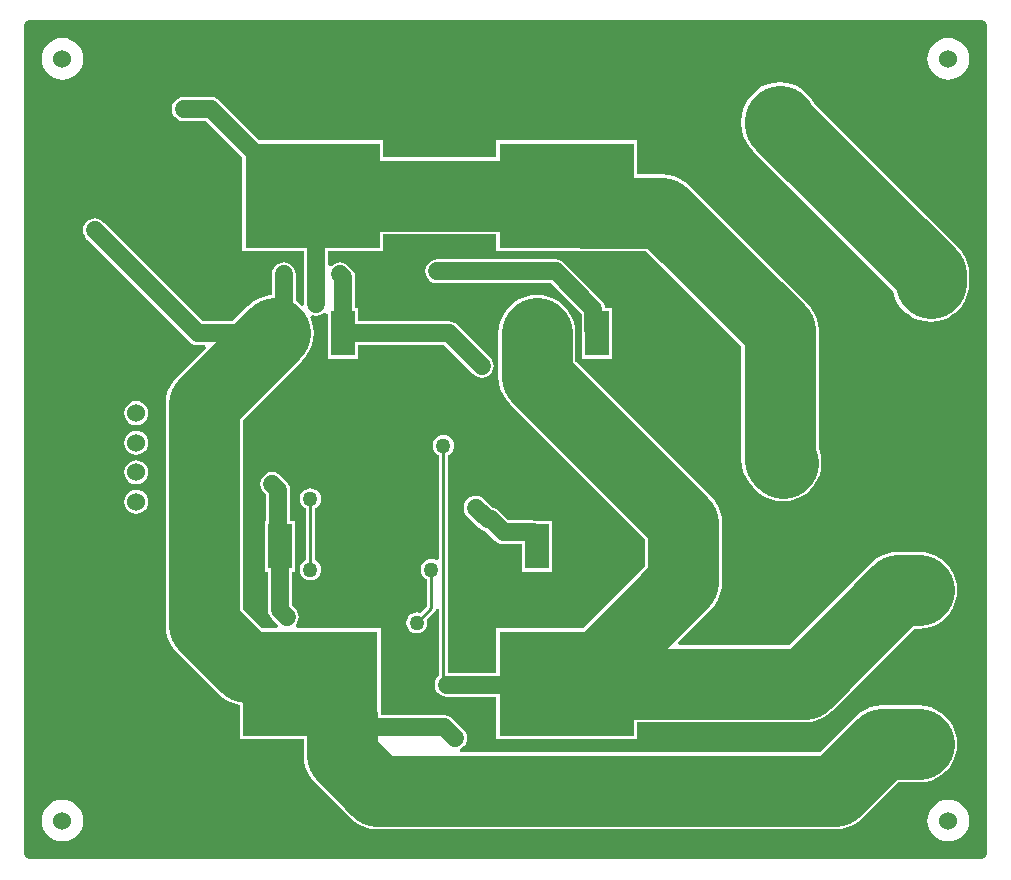
<source format=gbl>
G04*
G04 #@! TF.GenerationSoftware,Altium Limited,Altium Designer,20.0.12 (288)*
G04*
G04 Layer_Physical_Order=2*
G04 Layer_Color=16711680*
%FSLAX44Y44*%
%MOMM*%
G71*
G01*
G75*
%ADD11C,0.2540*%
%ADD13C,1.0000*%
%ADD28C,1.2000*%
%ADD29R,1.2000X1.2000*%
%ADD30C,4.5000*%
%ADD31C,1.5240*%
%ADD32C,3.0000*%
%ADD33C,1.2700*%
%ADD34R,11.4300X8.8900*%
%ADD35R,2.0800X3.8100*%
%ADD36C,6.0000*%
%ADD37C,1.5000*%
G36*
X805000Y100000D02*
X0D01*
Y800000D01*
X805000D01*
Y100000D01*
D02*
G37*
%LPC*%
G36*
X777500Y790125D02*
X774062Y789786D01*
X770755Y788783D01*
X767708Y787154D01*
X765037Y784963D01*
X762846Y782292D01*
X761217Y779245D01*
X760214Y775938D01*
X759875Y772500D01*
X760214Y769062D01*
X761217Y765755D01*
X762846Y762708D01*
X765037Y760037D01*
X767708Y757846D01*
X770755Y756217D01*
X774062Y755214D01*
X777500Y754875D01*
X780938Y755214D01*
X784245Y756217D01*
X787292Y757846D01*
X789963Y760037D01*
X792154Y762708D01*
X793783Y765755D01*
X794786Y769062D01*
X795125Y772500D01*
X794786Y775938D01*
X793783Y779245D01*
X792154Y782292D01*
X789963Y784963D01*
X787292Y787154D01*
X784245Y788783D01*
X780938Y789786D01*
X777500Y790125D01*
D02*
G37*
G36*
X27500D02*
X24062Y789786D01*
X20755Y788783D01*
X17708Y787154D01*
X15037Y784963D01*
X12845Y782292D01*
X11217Y779245D01*
X10214Y775938D01*
X9875Y772500D01*
X10214Y769062D01*
X11217Y765755D01*
X12845Y762708D01*
X15037Y760037D01*
X17708Y757846D01*
X20755Y756217D01*
X24062Y755214D01*
X27500Y754875D01*
X30938Y755214D01*
X34245Y756217D01*
X37292Y757846D01*
X39963Y760037D01*
X42154Y762708D01*
X43783Y765755D01*
X44786Y769062D01*
X45125Y772500D01*
X44786Y775938D01*
X43783Y779245D01*
X42154Y782292D01*
X39963Y784963D01*
X37292Y787154D01*
X34245Y788783D01*
X30938Y789786D01*
X27500Y790125D01*
D02*
G37*
G36*
X153400Y740127D02*
X153400Y740127D01*
X130000D01*
X127379Y739782D01*
X124937Y738770D01*
X122839Y737161D01*
X121230Y735063D01*
X120218Y732621D01*
X119873Y730000D01*
X120218Y727379D01*
X121230Y724937D01*
X122839Y722839D01*
X124937Y721230D01*
X127379Y720218D01*
X130000Y719873D01*
X149206D01*
X179910Y689169D01*
Y609510D01*
X232373D01*
Y565000D01*
X232402Y564786D01*
X232084Y564488D01*
X229999Y563577D01*
X226686Y566407D01*
X225127Y567362D01*
Y590000D01*
X224782Y592621D01*
X223770Y595063D01*
X222161Y597161D01*
X220063Y598770D01*
X217621Y599782D01*
X215000Y600127D01*
X212379Y599782D01*
X209937Y598770D01*
X207839Y597161D01*
X206230Y595063D01*
X205218Y592621D01*
X204873Y590000D01*
Y572434D01*
X202394Y572239D01*
X197413Y571043D01*
X192681Y569083D01*
X188314Y566407D01*
X184419Y563080D01*
X171466Y550127D01*
X146695D01*
X62161Y634661D01*
X60063Y636270D01*
X57621Y637282D01*
X55000Y637627D01*
X52379Y637282D01*
X49937Y636270D01*
X47839Y634661D01*
X46230Y632563D01*
X45219Y630121D01*
X44873Y627500D01*
X45219Y624879D01*
X46230Y622437D01*
X47839Y620340D01*
X135340Y532839D01*
X137437Y531230D01*
X139879Y530218D01*
X142500Y529873D01*
X142500Y529873D01*
X147894D01*
X148866Y527527D01*
X124380Y503040D01*
X121053Y499146D01*
X118377Y494779D01*
X116417Y490047D01*
X115221Y485066D01*
X114819Y479960D01*
Y293137D01*
X115221Y288031D01*
X116417Y283051D01*
X118377Y278319D01*
X121053Y273952D01*
X124380Y270057D01*
X159567Y234870D01*
X159567Y234870D01*
X163461Y231544D01*
X167829Y228867D01*
X172561Y226907D01*
X177410Y225743D01*
Y196510D01*
X231609D01*
Y182891D01*
X232011Y177785D01*
X233207Y172805D01*
X235167Y168073D01*
X237843Y163705D01*
X241170Y159811D01*
X271061Y129920D01*
X274955Y126593D01*
X279323Y123917D01*
X284055Y121957D01*
X289035Y120761D01*
X294141Y120359D01*
X294141Y120359D01*
X682000D01*
X687106Y120761D01*
X692086Y121957D01*
X696818Y123917D01*
X701186Y126593D01*
X705080Y129920D01*
X735020Y159859D01*
X752500D01*
X757606Y160261D01*
X762587Y161457D01*
X767318Y163417D01*
X771686Y166093D01*
X775580Y169420D01*
X778907Y173314D01*
X781583Y177682D01*
X783543Y182414D01*
X784739Y187394D01*
X785141Y192500D01*
X784739Y197606D01*
X783543Y202586D01*
X781583Y207318D01*
X778907Y211686D01*
X775580Y215580D01*
X771686Y218907D01*
X767318Y221583D01*
X762587Y223543D01*
X757606Y224739D01*
X752500Y225141D01*
X721500D01*
X716394Y224739D01*
X711413Y223543D01*
X706682Y221583D01*
X702314Y218907D01*
X698420Y215580D01*
X668480Y185641D01*
X364242D01*
X363737Y188181D01*
X365063Y188730D01*
X367161Y190339D01*
X368770Y192437D01*
X369782Y194879D01*
X370127Y197500D01*
X369782Y200121D01*
X368770Y202563D01*
X367161Y204661D01*
X358110Y213711D01*
X356013Y215320D01*
X353571Y216332D01*
X350950Y216677D01*
X350949Y216677D01*
X296865D01*
X296790Y217628D01*
Y290490D01*
X236628D01*
X235350Y290591D01*
X225903D01*
X225152Y291951D01*
X224884Y293131D01*
X226270Y294937D01*
X227282Y297379D01*
X227627Y300000D01*
X227282Y302621D01*
X226270Y305063D01*
X224661Y307161D01*
X221827Y309995D01*
Y338410D01*
X224640D01*
Y381590D01*
X220127D01*
Y407500D01*
X219782Y410121D01*
X218770Y412563D01*
X217161Y414661D01*
X217160Y414661D01*
X212161Y419661D01*
X210063Y421270D01*
X207621Y422282D01*
X205000Y422627D01*
X202379Y422282D01*
X199937Y421270D01*
X197839Y419661D01*
X196230Y417563D01*
X195218Y415121D01*
X194873Y412500D01*
X195218Y409879D01*
X196230Y407437D01*
X197839Y405339D01*
X199873Y403305D01*
Y381590D01*
X198760D01*
Y338410D01*
X201573D01*
Y305800D01*
X201573Y305800D01*
X201918Y303179D01*
X202930Y300737D01*
X204539Y298639D01*
X210048Y293131D01*
X209860Y291971D01*
X209097Y290591D01*
X196167D01*
X180101Y306658D01*
Y466440D01*
X230580Y516920D01*
X233907Y520814D01*
X236583Y525181D01*
X238543Y529913D01*
X239739Y534894D01*
X240140Y540000D01*
X239739Y545106D01*
X238543Y550086D01*
X237075Y553631D01*
X239019Y555575D01*
X239879Y555218D01*
X242500Y554873D01*
X245121Y555218D01*
X247563Y556230D01*
X249520Y557732D01*
X250154Y557624D01*
X252060Y556794D01*
Y518410D01*
X277940D01*
Y529873D01*
X350805D01*
X375339Y505339D01*
X377437Y503730D01*
X379879Y502718D01*
X382500Y502373D01*
X385121Y502718D01*
X387563Y503730D01*
X389661Y505339D01*
X391270Y507437D01*
X392282Y509879D01*
X392627Y512500D01*
X392282Y515121D01*
X391270Y517563D01*
X389661Y519661D01*
X362161Y547161D01*
X360063Y548770D01*
X357621Y549781D01*
X355000Y550127D01*
X355000Y550127D01*
X277940D01*
Y561590D01*
X275127D01*
Y587500D01*
X275127Y587500D01*
X274782Y590121D01*
X273770Y592563D01*
X272161Y594661D01*
X269661Y597161D01*
X267563Y598770D01*
X265121Y599782D01*
X262500Y600127D01*
X259879Y599782D01*
X257437Y598770D01*
X255340Y597161D01*
X255167Y596935D01*
X252627Y597798D01*
Y609510D01*
X299290D01*
Y623859D01*
X394910D01*
Y609510D01*
X467772D01*
X469050Y609410D01*
X521930D01*
X602359Y528980D01*
Y510000D01*
Y433000D01*
X602761Y427894D01*
X603957Y422914D01*
X605917Y418181D01*
X608593Y413814D01*
X611920Y409920D01*
X614420Y407420D01*
X618314Y404093D01*
X622682Y401417D01*
X627413Y399457D01*
X632394Y398261D01*
X637500Y397859D01*
X642606Y398261D01*
X647587Y399457D01*
X652318Y401417D01*
X656686Y404093D01*
X660580Y407420D01*
X663907Y411314D01*
X666583Y415681D01*
X668543Y420414D01*
X669739Y425394D01*
X670141Y430500D01*
X669739Y435606D01*
X668543Y440587D01*
X667641Y442765D01*
Y510000D01*
Y542500D01*
X667641Y542500D01*
X667239Y547606D01*
X666043Y552587D01*
X664083Y557319D01*
X661407Y561686D01*
X658080Y565580D01*
X558530Y665131D01*
X554636Y668457D01*
X550268Y671133D01*
X545536Y673093D01*
X540556Y674289D01*
X535450Y674691D01*
X514290D01*
Y703490D01*
X394910D01*
Y689141D01*
X299290D01*
Y703490D01*
X194231D01*
X160561Y737161D01*
X158463Y738770D01*
X156021Y739782D01*
X155716Y739822D01*
X153400Y740127D01*
D02*
G37*
G36*
X635000Y752641D02*
X629894Y752239D01*
X624913Y751043D01*
X620181Y749083D01*
X615814Y746407D01*
X611920Y743081D01*
X608593Y739186D01*
X605917Y734819D01*
X603957Y730087D01*
X602761Y725106D01*
X602359Y720000D01*
Y717500D01*
X602761Y712394D01*
X603957Y707414D01*
X605917Y702682D01*
X608593Y698314D01*
X611920Y694420D01*
X730677Y575662D01*
X731457Y572413D01*
X733417Y567682D01*
X736093Y563314D01*
X739420Y559420D01*
X743314Y556093D01*
X747682Y553417D01*
X752413Y551457D01*
X757394Y550261D01*
X762500Y549859D01*
X767606Y550261D01*
X772587Y551457D01*
X777318Y553417D01*
X781686Y556093D01*
X785580Y559420D01*
X788907Y563314D01*
X791583Y567682D01*
X793543Y572413D01*
X794739Y577394D01*
X795141Y582500D01*
Y590000D01*
X794739Y595106D01*
X793543Y600087D01*
X791583Y604819D01*
X788907Y609186D01*
X785580Y613080D01*
X664253Y734408D01*
X664083Y734819D01*
X661407Y739186D01*
X658080Y743081D01*
X654186Y746407D01*
X649818Y749083D01*
X645086Y751043D01*
X640106Y752239D01*
X635000Y752641D01*
D02*
G37*
G36*
X445000Y602627D02*
X445000Y602627D01*
X345000D01*
X342379Y602282D01*
X339937Y601270D01*
X337839Y599661D01*
X336230Y597563D01*
X335218Y595121D01*
X334873Y592500D01*
X335218Y589879D01*
X336230Y587437D01*
X337839Y585339D01*
X339937Y583730D01*
X342379Y582718D01*
X345000Y582373D01*
X440805D01*
X466973Y556205D01*
Y542900D01*
X466973Y542900D01*
X467060Y542242D01*
Y518410D01*
X492940D01*
Y561590D01*
X487070D01*
X486882Y563021D01*
X485870Y565463D01*
X484261Y567561D01*
X484260Y567561D01*
X452161Y599661D01*
X450063Y601270D01*
X447621Y602282D01*
X447316Y602322D01*
X445000Y602627D01*
D02*
G37*
G36*
X90000Y482748D02*
X87348Y482398D01*
X84876Y481375D01*
X82754Y479746D01*
X81125Y477624D01*
X80101Y475152D01*
X79752Y472500D01*
X80101Y469848D01*
X81125Y467376D01*
X82754Y465254D01*
X84876Y463625D01*
X87348Y462601D01*
X90000Y462252D01*
X92652Y462601D01*
X95124Y463625D01*
X97246Y465254D01*
X98875Y467376D01*
X99899Y469848D01*
X100248Y472500D01*
X99899Y475152D01*
X98875Y477624D01*
X97246Y479746D01*
X95124Y481375D01*
X92652Y482398D01*
X90000Y482748D01*
D02*
G37*
G36*
Y457747D02*
X87348Y457398D01*
X84876Y456374D01*
X82754Y454746D01*
X81125Y452623D01*
X80101Y450152D01*
X79752Y447500D01*
X80101Y444847D01*
X81125Y442376D01*
X82754Y440253D01*
X84876Y438625D01*
X87348Y437601D01*
X90000Y437252D01*
X92652Y437601D01*
X95124Y438625D01*
X97246Y440253D01*
X98875Y442376D01*
X99899Y444847D01*
X100248Y447500D01*
X99899Y450152D01*
X98875Y452623D01*
X97246Y454746D01*
X95124Y456374D01*
X92652Y457398D01*
X90000Y457747D01*
D02*
G37*
G36*
Y432748D02*
X87348Y432398D01*
X84876Y431375D01*
X82754Y429746D01*
X81125Y427624D01*
X80101Y425152D01*
X79752Y422500D01*
X80101Y419848D01*
X81125Y417376D01*
X82754Y415254D01*
X84876Y413625D01*
X87348Y412602D01*
X90000Y412252D01*
X92652Y412602D01*
X95124Y413625D01*
X97246Y415254D01*
X98875Y417376D01*
X99899Y419848D01*
X100248Y422500D01*
X99899Y425152D01*
X98875Y427624D01*
X97246Y429746D01*
X95124Y431375D01*
X92652Y432398D01*
X90000Y432748D01*
D02*
G37*
G36*
Y407747D02*
X87348Y407398D01*
X84876Y406375D01*
X82754Y404746D01*
X81125Y402624D01*
X80101Y400152D01*
X79752Y397500D01*
X80101Y394847D01*
X81125Y392376D01*
X82754Y390254D01*
X84876Y388625D01*
X87348Y387601D01*
X90000Y387252D01*
X92652Y387601D01*
X95124Y388625D01*
X97246Y390254D01*
X98875Y392376D01*
X99899Y394847D01*
X100248Y397500D01*
X99899Y400152D01*
X98875Y402624D01*
X97246Y404746D01*
X95124Y406375D01*
X92652Y407398D01*
X90000Y407747D01*
D02*
G37*
G36*
X377500Y402627D02*
X374879Y402282D01*
X372437Y401270D01*
X370339Y399661D01*
X368730Y397563D01*
X367718Y395121D01*
X367373Y392500D01*
X367718Y389879D01*
X368730Y387437D01*
X370339Y385339D01*
X380339Y375340D01*
X380339Y375339D01*
X382437Y373730D01*
X384879Y372718D01*
X385549Y372630D01*
X393789Y364389D01*
X393789Y364389D01*
X395887Y362780D01*
X398329Y361768D01*
X400950Y361423D01*
X400950Y361423D01*
X416260D01*
Y338410D01*
X442140D01*
Y381590D01*
X426958D01*
X426300Y381677D01*
X426300Y381677D01*
X405145D01*
X397161Y389661D01*
X395063Y391270D01*
X392621Y392282D01*
X391951Y392370D01*
X384661Y399661D01*
X382563Y401270D01*
X380121Y402282D01*
X377500Y402627D01*
D02*
G37*
G36*
X237500Y408967D02*
X235179Y408661D01*
X233017Y407765D01*
X231160Y406340D01*
X229735Y404483D01*
X228839Y402321D01*
X228533Y400000D01*
X228839Y397679D01*
X229735Y395517D01*
X231160Y393660D01*
X233017Y392235D01*
X233615Y391987D01*
Y348013D01*
X233017Y347765D01*
X231160Y346340D01*
X229735Y344483D01*
X228839Y342321D01*
X228533Y340000D01*
X228839Y337679D01*
X229735Y335517D01*
X231160Y333660D01*
X233017Y332235D01*
X235179Y331339D01*
X237500Y331033D01*
X239821Y331339D01*
X241983Y332235D01*
X243840Y333660D01*
X245265Y335517D01*
X246161Y337679D01*
X246467Y340000D01*
X246161Y342321D01*
X245265Y344483D01*
X243840Y346340D01*
X241983Y347765D01*
X241385Y348013D01*
Y391987D01*
X241983Y392235D01*
X243840Y393660D01*
X245265Y395517D01*
X246161Y397679D01*
X246467Y400000D01*
X246161Y402321D01*
X245265Y404483D01*
X243840Y406340D01*
X241983Y407765D01*
X239821Y408661D01*
X237500Y408967D01*
D02*
G37*
G36*
X429200Y572641D02*
X424094Y572239D01*
X419114Y571043D01*
X414381Y569083D01*
X410014Y566407D01*
X406120Y563080D01*
X402793Y559186D01*
X400117Y554818D01*
X398157Y550087D01*
X396961Y545106D01*
X396559Y540000D01*
Y503300D01*
X396961Y498194D01*
X398157Y493214D01*
X400117Y488481D01*
X402793Y484114D01*
X406120Y480220D01*
X520657Y365682D01*
Y343017D01*
X468160Y290520D01*
X467772Y290490D01*
X394910D01*
Y252787D01*
X353885D01*
Y436987D01*
X354483Y437235D01*
X356340Y438660D01*
X357765Y440517D01*
X358661Y442679D01*
X358967Y445000D01*
X358661Y447321D01*
X357765Y449483D01*
X356340Y451340D01*
X354483Y452765D01*
X352321Y453661D01*
X350000Y453967D01*
X347679Y453661D01*
X345517Y452765D01*
X343660Y451340D01*
X342235Y449483D01*
X341339Y447321D01*
X341033Y445000D01*
X341339Y442679D01*
X342235Y440517D01*
X343660Y438660D01*
X345517Y437235D01*
X346115Y436987D01*
Y349292D01*
X343575Y348075D01*
X342161Y348661D01*
X339840Y348967D01*
X337519Y348661D01*
X335357Y347765D01*
X333500Y346340D01*
X332075Y344483D01*
X331179Y342321D01*
X330873Y340000D01*
X331179Y337679D01*
X332075Y335517D01*
X333500Y333660D01*
X335357Y332235D01*
X335955Y331987D01*
Y308949D01*
X330420Y303413D01*
X329821Y303661D01*
X327500Y303967D01*
X325179Y303661D01*
X323017Y302765D01*
X321160Y301340D01*
X319735Y299483D01*
X318839Y297321D01*
X318533Y295000D01*
X318839Y292679D01*
X319735Y290517D01*
X321160Y288660D01*
X323017Y287235D01*
X325179Y286339D01*
X327500Y286033D01*
X329821Y286339D01*
X331983Y287235D01*
X333840Y288660D01*
X335265Y290517D01*
X336161Y292679D01*
X336467Y295000D01*
X336161Y297321D01*
X335913Y297919D01*
X342587Y304593D01*
X343429Y305853D01*
X343575Y306589D01*
X346115Y306339D01*
Y250293D01*
X345499Y249821D01*
X343890Y247723D01*
X342878Y245281D01*
X342533Y242660D01*
X342878Y240039D01*
X343890Y237597D01*
X345499Y235499D01*
X347597Y233890D01*
X350039Y232878D01*
X352660Y232533D01*
X394910D01*
Y196510D01*
X514290D01*
Y210859D01*
X656000D01*
X661106Y211261D01*
X666086Y212457D01*
X670818Y214417D01*
X675185Y217093D01*
X679080Y220419D01*
X748520Y289859D01*
X752500D01*
X757606Y290261D01*
X762587Y291457D01*
X767318Y293417D01*
X771686Y296093D01*
X775580Y299420D01*
X778907Y303314D01*
X781583Y307682D01*
X783543Y312414D01*
X784739Y317394D01*
X785141Y322500D01*
X784739Y327606D01*
X783543Y332587D01*
X781583Y337318D01*
X778907Y341686D01*
X775580Y345580D01*
X771686Y348907D01*
X767318Y351583D01*
X762587Y353543D01*
X757606Y354739D01*
X752500Y355141D01*
X735000D01*
X729894Y354739D01*
X724913Y353543D01*
X720182Y351583D01*
X715814Y348907D01*
X711920Y345580D01*
X711919Y345580D01*
X642480Y276140D01*
X549420D01*
X548448Y278487D01*
X576378Y306417D01*
X579704Y310311D01*
X582380Y314679D01*
X584340Y319411D01*
X585536Y324391D01*
X585938Y329497D01*
Y379203D01*
X585536Y384309D01*
X584340Y389289D01*
X582380Y394021D01*
X579704Y398388D01*
X576378Y402283D01*
X461841Y516820D01*
Y540000D01*
X461439Y545106D01*
X460243Y550087D01*
X458283Y554818D01*
X455607Y559186D01*
X452280Y563080D01*
X448386Y566407D01*
X444019Y569083D01*
X439286Y571043D01*
X434306Y572239D01*
X429200Y572641D01*
D02*
G37*
G36*
X777500Y145125D02*
X774062Y144786D01*
X770755Y143783D01*
X767708Y142155D01*
X765037Y139963D01*
X762846Y137292D01*
X761217Y134245D01*
X760214Y130938D01*
X759875Y127500D01*
X760214Y124062D01*
X761217Y120755D01*
X762846Y117708D01*
X765037Y115037D01*
X767708Y112845D01*
X770755Y111217D01*
X774062Y110214D01*
X777500Y109875D01*
X780938Y110214D01*
X784245Y111217D01*
X787292Y112845D01*
X789963Y115037D01*
X792154Y117708D01*
X793783Y120755D01*
X794786Y124062D01*
X795125Y127500D01*
X794786Y130938D01*
X793783Y134245D01*
X792154Y137292D01*
X789963Y139963D01*
X787292Y142155D01*
X784245Y143783D01*
X780938Y144786D01*
X777500Y145125D01*
D02*
G37*
G36*
X27500D02*
X24062Y144786D01*
X20755Y143783D01*
X17708Y142155D01*
X15037Y139963D01*
X12845Y137292D01*
X11217Y134245D01*
X10214Y130938D01*
X9875Y127500D01*
X10214Y124062D01*
X11217Y120755D01*
X12845Y117708D01*
X15037Y115037D01*
X17708Y112845D01*
X20755Y111217D01*
X24062Y110214D01*
X27500Y109875D01*
X30938Y110214D01*
X34245Y111217D01*
X37292Y112845D01*
X39963Y115037D01*
X42154Y117708D01*
X43783Y120755D01*
X44786Y124062D01*
X45125Y127500D01*
X44786Y130938D01*
X43783Y134245D01*
X42154Y137292D01*
X39963Y139963D01*
X37292Y142155D01*
X34245Y143783D01*
X30938Y144786D01*
X27500Y145125D01*
D02*
G37*
%LPD*%
D11*
X327500Y295000D02*
X339840Y307340D01*
Y340000D01*
X350000Y248069D02*
X352660Y245409D01*
X350000Y248069D02*
Y445000D01*
X352660Y242660D02*
Y245409D01*
X237500Y340000D02*
Y400000D01*
D13*
X0Y100000D02*
X805000D01*
X0Y800000D02*
X0Y100000D01*
X805000Y800000D02*
X805000Y100000D01*
X0Y800000D02*
X805000D01*
D28*
X637500Y374500D02*
D03*
D29*
Y430500D02*
D03*
D30*
X762500Y712500D02*
D03*
Y582500D02*
D03*
X752500Y322500D02*
D03*
Y192500D02*
D03*
D31*
X27500Y772500D02*
D03*
X90000Y372500D02*
D03*
Y397500D02*
D03*
Y422500D02*
D03*
Y447500D02*
D03*
Y472500D02*
D03*
X27500Y127500D02*
D03*
X777500D02*
D03*
Y772500D02*
D03*
D32*
X635000Y510000D02*
D03*
Y720000D02*
D03*
D33*
X345000Y592500D02*
D03*
X55000Y627500D02*
D03*
X205000Y412500D02*
D03*
X339840Y340000D02*
D03*
X382500Y512500D02*
D03*
X262500Y590000D02*
D03*
X242500Y565000D02*
D03*
X352660Y242660D02*
D03*
X360000Y197500D02*
D03*
X350000Y445000D02*
D03*
X217500Y300000D02*
D03*
X237500Y400000D02*
D03*
Y340000D02*
D03*
X327500Y295000D02*
D03*
X377500Y392500D02*
D03*
X130000Y730000D02*
D03*
X215000Y590000D02*
D03*
D34*
X454600Y656500D02*
D03*
Y243500D02*
D03*
X239600Y656500D02*
D03*
X237100Y243500D02*
D03*
D35*
X429200Y540000D02*
D03*
X480000D02*
D03*
X429200Y360000D02*
D03*
X480000D02*
D03*
X265000Y540000D02*
D03*
X214200D02*
D03*
X211700Y360000D02*
D03*
X262500D02*
D03*
D36*
X721500Y192500D02*
X752500D01*
X294141Y153000D02*
X682000D01*
X721500Y192500D01*
X264250Y182891D02*
X294141Y153000D01*
X264250Y182891D02*
Y216350D01*
X635000Y433000D02*
X637500Y430500D01*
X535450Y642050D02*
X635000Y542500D01*
Y717500D02*
X762500Y590000D01*
X635000Y433000D02*
Y510000D01*
Y542500D01*
X469050Y642050D02*
X535450D01*
X762500Y582500D02*
Y590000D01*
X635000Y717500D02*
Y720000D01*
X239600Y656500D02*
X454600D01*
X454600Y656500D01*
X239600Y656500D02*
X239600Y656500D01*
X454600Y656500D02*
X469050Y642050D01*
X429200Y503300D02*
Y540000D01*
Y503300D02*
X553297Y379203D01*
X147460Y479960D02*
X207500Y540000D01*
X182647Y257950D02*
X235350D01*
X147460Y293137D02*
Y479960D01*
Y293137D02*
X182647Y257950D01*
X481750Y243500D02*
X656000D01*
X454600D02*
X481750D01*
X735000Y322500D02*
X752500D01*
X656000Y243500D02*
X735000Y322500D01*
X454600Y243500D02*
X469050Y257950D01*
X481750D01*
X553297Y329497D02*
Y379203D01*
X481750Y257950D02*
X553297Y329497D01*
D37*
X345000Y592500D02*
X445000D01*
X477100Y560400D01*
X142500Y540000D02*
X207500D01*
X55000Y627500D02*
X142500Y540000D01*
X210000Y371550D02*
Y407500D01*
X205000Y412500D02*
X210000Y407500D01*
Y371550D02*
X211700Y369850D01*
Y305800D02*
Y369850D01*
X355000Y540000D02*
X382500Y512500D01*
X265000Y540000D02*
X355000D01*
X239600Y656500D02*
X242500Y653600D01*
Y565000D02*
Y653600D01*
X265000Y540000D02*
Y587500D01*
X262500Y590000D02*
X265000Y587500D01*
X352660Y242660D02*
X453760D01*
X454600Y243500D01*
X264250Y216350D02*
X274050Y206550D01*
X237100Y243500D02*
X264250Y216350D01*
X274050Y206550D02*
X350950D01*
X360000Y197500D01*
X211700Y305800D02*
X217500Y300000D01*
X387500Y382500D02*
X390000D01*
X400950Y371550D02*
X426300D01*
X390000Y382500D02*
X400950Y371550D01*
X377500Y392500D02*
X387500Y382500D01*
X426300Y371550D02*
X429200Y368650D01*
Y360000D02*
Y368650D01*
X226900Y656500D02*
X239600D01*
X153400Y730000D02*
X226900Y656500D01*
X130000Y730000D02*
X153400D01*
X207500Y540000D02*
X214200D01*
X207500D02*
X215000Y547500D01*
Y590000D01*
X477100Y542900D02*
X480000Y540000D01*
X477100Y542900D02*
Y560400D01*
M02*

</source>
